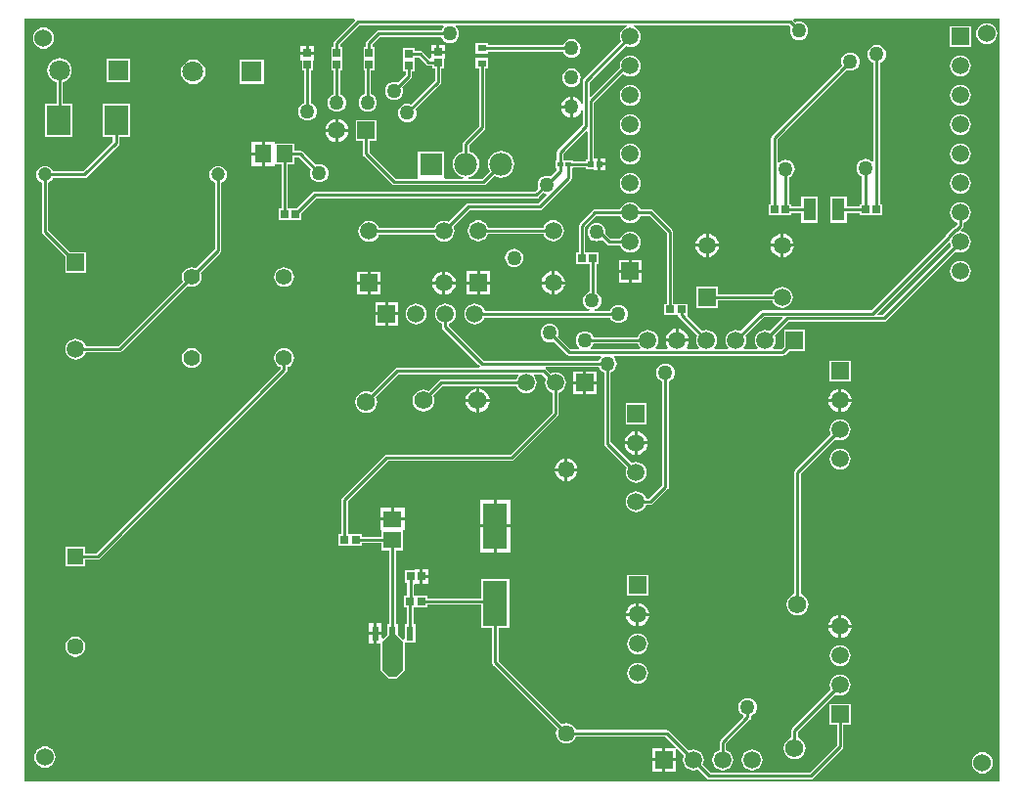
<source format=gbl>
G04*
G04 #@! TF.GenerationSoftware,Altium Limited,Altium Designer,20.0.2 (26)*
G04*
G04 Layer_Physical_Order=2*
G04 Layer_Color=16711680*
%FSLAX25Y25*%
%MOIN*%
G70*
G01*
G75*
%ADD16C,0.01000*%
%ADD17R,0.01968X0.01772*%
%ADD18R,0.02816X0.02648*%
%ADD24R,0.02717X0.02835*%
%ADD55R,0.05709X0.05709*%
%ADD56C,0.05709*%
%ADD57C,0.06181*%
%ADD62C,0.05937*%
%ADD63R,0.05937X0.05937*%
%ADD64C,0.05512*%
%ADD65C,0.07736*%
%ADD66R,0.07736X0.07736*%
%ADD67R,0.07087X0.07087*%
%ADD68C,0.07087*%
%ADD69C,0.04724*%
%ADD70C,0.05906*%
%ADD71R,0.05906X0.05906*%
%ADD72R,0.05906X0.05906*%
%ADD73C,0.04996*%
%ADD74C,0.06000*%
%ADD75C,0.05000*%
%ADD76R,0.02029X0.01860*%
%ADD77R,0.04331X0.07480*%
%ADD78R,0.03150X0.02362*%
%ADD79R,0.05727X0.06127*%
%ADD80R,0.08071X0.10433*%
%ADD81R,0.08465X0.15748*%
%ADD82R,0.02362X0.05118*%
%ADD83R,0.02362X0.03150*%
%ADD84R,0.06127X0.05727*%
%ADD85R,0.02835X0.02717*%
%ADD86R,0.02648X0.02816*%
G36*
X432500Y240000D02*
X100000D01*
Y500000D01*
X212386D01*
X212593Y499500D01*
X205708Y492615D01*
X205465Y492252D01*
X205380Y491823D01*
Y490391D01*
X204578D01*
Y486378D01*
Y482609D01*
X205380D01*
Y474390D01*
X204937Y474206D01*
X204290Y473710D01*
X203794Y473063D01*
X203481Y472309D01*
X203375Y471500D01*
X203481Y470691D01*
X203794Y469937D01*
X204290Y469290D01*
X204937Y468793D01*
X205691Y468481D01*
X206500Y468375D01*
X207309Y468481D01*
X208063Y468793D01*
X208710Y469290D01*
X209206Y469937D01*
X209519Y470691D01*
X209625Y471500D01*
X209519Y472309D01*
X209206Y473063D01*
X208710Y473710D01*
X208063Y474206D01*
X207620Y474390D01*
Y482609D01*
X208422D01*
Y486378D01*
Y490391D01*
X207620D01*
Y491359D01*
X214141Y497880D01*
X242842D01*
X243012Y497380D01*
X242790Y497210D01*
X242294Y496563D01*
X242110Y496120D01*
X220677D01*
X220248Y496035D01*
X219885Y495792D01*
X216708Y492615D01*
X216465Y492252D01*
X216380Y491823D01*
Y490391D01*
X215578D01*
Y486378D01*
Y482609D01*
X215880D01*
Y474390D01*
X215437Y474206D01*
X214790Y473710D01*
X214294Y473063D01*
X213981Y472309D01*
X213875Y471500D01*
X213981Y470691D01*
X214294Y469937D01*
X214790Y469290D01*
X215437Y468793D01*
X216191Y468481D01*
X217000Y468375D01*
X217809Y468481D01*
X218563Y468793D01*
X219210Y469290D01*
X219706Y469937D01*
X220019Y470691D01*
X220125Y471500D01*
X220019Y472309D01*
X219706Y473063D01*
X219210Y473710D01*
X218563Y474206D01*
X218120Y474390D01*
Y482609D01*
X219422D01*
Y486378D01*
Y490391D01*
X218620D01*
Y491359D01*
X221141Y493880D01*
X242110D01*
X242294Y493437D01*
X242790Y492790D01*
X243437Y492294D01*
X244191Y491981D01*
X245000Y491875D01*
X245809Y491981D01*
X246563Y492294D01*
X247210Y492790D01*
X247706Y493437D01*
X248019Y494191D01*
X248125Y495000D01*
X248019Y495809D01*
X247706Y496563D01*
X247210Y497210D01*
X246988Y497380D01*
X247158Y497880D01*
X305281D01*
X305381Y497380D01*
X304709Y497102D01*
X303967Y496533D01*
X303398Y495791D01*
X303040Y494927D01*
X302918Y494000D01*
X303040Y493073D01*
X303318Y492402D01*
X290619Y479703D01*
X290376Y479340D01*
X290291Y478911D01*
Y471294D01*
X289791Y471195D01*
X289556Y471764D01*
X288995Y472495D01*
X288264Y473056D01*
X287413Y473408D01*
X287000Y473462D01*
Y470000D01*
Y466538D01*
X287413Y466592D01*
X288264Y466945D01*
X288995Y467505D01*
X289556Y468236D01*
X289791Y468805D01*
X290291Y468706D01*
Y463875D01*
X281830Y455414D01*
X281587Y455051D01*
X281502Y454622D01*
Y451984D01*
X280941D01*
Y449016D01*
X281404D01*
Y448488D01*
X279252Y446335D01*
X278809Y446519D01*
X278000Y446625D01*
X277191Y446519D01*
X276437Y446207D01*
X275790Y445710D01*
X275294Y445063D01*
X274981Y444309D01*
X274875Y443500D01*
X274981Y442691D01*
X275165Y442248D01*
X274036Y441120D01*
X198884D01*
X198456Y441035D01*
X198092Y440792D01*
X192723Y435422D01*
X189765D01*
Y450338D01*
X192107D01*
Y452880D01*
X193536D01*
X197665Y448751D01*
X197481Y448309D01*
X197375Y447500D01*
X197481Y446691D01*
X197794Y445937D01*
X198290Y445290D01*
X198937Y444794D01*
X199691Y444481D01*
X200500Y444375D01*
X201309Y444481D01*
X202063Y444794D01*
X202710Y445290D01*
X203206Y445937D01*
X203519Y446691D01*
X203625Y447500D01*
X203519Y448309D01*
X203206Y449063D01*
X202710Y449710D01*
X202063Y450207D01*
X201309Y450519D01*
X200500Y450625D01*
X199691Y450519D01*
X199249Y450335D01*
X194792Y454792D01*
X194429Y455035D01*
X194000Y455120D01*
X192107D01*
Y457662D01*
X185219D01*
Y458063D01*
X181855D01*
Y454000D01*
Y449937D01*
X185219D01*
Y450338D01*
X187525D01*
Y435422D01*
X186609D01*
Y431578D01*
X194391D01*
Y433923D01*
X199348Y438880D01*
X274500D01*
X274929Y438965D01*
X275292Y439208D01*
X276748Y440665D01*
X277191Y440481D01*
X277711Y440413D01*
X277890Y439885D01*
X275125Y437120D01*
X251284D01*
X250855Y437035D01*
X250492Y436792D01*
X244610Y430910D01*
X243931Y431191D01*
X243000Y431314D01*
X242069Y431191D01*
X241201Y430832D01*
X240456Y430260D01*
X239884Y429515D01*
X239603Y428836D01*
X220807D01*
X220525Y429515D01*
X219953Y430260D01*
X219208Y430832D01*
X218341Y431191D01*
X217410Y431314D01*
X216478Y431191D01*
X215611Y430832D01*
X214866Y430260D01*
X214294Y429515D01*
X213934Y428648D01*
X213812Y427716D01*
X213934Y426785D01*
X214294Y425918D01*
X214866Y425173D01*
X215611Y424601D01*
X216478Y424241D01*
X217410Y424119D01*
X218341Y424241D01*
X219208Y424601D01*
X219953Y425173D01*
X220525Y425918D01*
X220807Y426596D01*
X239603D01*
X239884Y425918D01*
X240456Y425173D01*
X241201Y424601D01*
X242069Y424241D01*
X243000Y424119D01*
X243931Y424241D01*
X244799Y424601D01*
X245544Y425173D01*
X246116Y425918D01*
X246475Y426785D01*
X246598Y427716D01*
X246475Y428648D01*
X246194Y429326D01*
X251747Y434880D01*
X275589D01*
X276017Y434965D01*
X276381Y435208D01*
X286268Y445096D01*
X286511Y445459D01*
X286596Y445888D01*
Y449016D01*
X287059D01*
Y449380D01*
X291397D01*
Y448972D01*
X293976D01*
Y448570D01*
X295490D01*
Y450500D01*
Y452430D01*
X294129D01*
Y471546D01*
X304015Y481431D01*
X304709Y480898D01*
X305573Y480540D01*
X306500Y480418D01*
X307427Y480540D01*
X308291Y480898D01*
X309033Y481467D01*
X309602Y482209D01*
X309960Y483073D01*
X310082Y484000D01*
X309960Y484927D01*
X309602Y485791D01*
X309033Y486533D01*
X308291Y487102D01*
X307427Y487460D01*
X306500Y487582D01*
X305573Y487460D01*
X304709Y487102D01*
X303967Y486533D01*
X303398Y485791D01*
X303040Y484927D01*
X302918Y484000D01*
X302976Y483560D01*
X292993Y473577D01*
X292531Y473768D01*
Y478447D01*
X304902Y490818D01*
X305573Y490540D01*
X306500Y490418D01*
X307427Y490540D01*
X308291Y490898D01*
X309033Y491467D01*
X309602Y492209D01*
X309960Y493073D01*
X310082Y494000D01*
X309960Y494927D01*
X309602Y495791D01*
X309033Y496533D01*
X308291Y497102D01*
X307619Y497380D01*
X307719Y497880D01*
X360536D01*
X361165Y497252D01*
X360981Y496809D01*
X360875Y496000D01*
X360981Y495191D01*
X361294Y494437D01*
X361790Y493790D01*
X362437Y493294D01*
X363191Y492981D01*
X364000Y492875D01*
X364809Y492981D01*
X365563Y493294D01*
X366210Y493790D01*
X366706Y494437D01*
X367019Y495191D01*
X367125Y496000D01*
X367019Y496809D01*
X366706Y497563D01*
X366210Y498210D01*
X365563Y498706D01*
X364809Y499019D01*
X364000Y499125D01*
X363191Y499019D01*
X362749Y498835D01*
X362084Y499500D01*
X362291Y500000D01*
X432500D01*
Y240000D01*
D02*
G37*
G36*
X291890Y461653D02*
Y452029D01*
X291397D01*
Y451620D01*
X287059D01*
Y451984D01*
X283742D01*
Y454158D01*
X291428Y461844D01*
X291890Y461653D01*
D02*
G37*
%LPC*%
G36*
X428000Y498629D02*
X427061Y498506D01*
X426185Y498143D01*
X425434Y497566D01*
X424857Y496815D01*
X424494Y495939D01*
X424371Y495000D01*
X424494Y494061D01*
X424857Y493185D01*
X425434Y492434D01*
X426185Y491857D01*
X427061Y491494D01*
X428000Y491371D01*
X428939Y491494D01*
X429815Y491857D01*
X430566Y492434D01*
X431143Y493185D01*
X431506Y494061D01*
X431629Y495000D01*
X431506Y495939D01*
X431143Y496815D01*
X430566Y497566D01*
X429815Y498143D01*
X428939Y498506D01*
X428000Y498629D01*
D02*
G37*
G36*
X286500Y493123D02*
X285692Y493017D01*
X284938Y492705D01*
X284292Y492208D01*
X283795Y491562D01*
X283625Y491149D01*
X258173D01*
Y491839D01*
X253827D01*
Y488279D01*
X258173D01*
Y488910D01*
X283600D01*
X283795Y488438D01*
X284292Y487792D01*
X284938Y487295D01*
X285692Y486983D01*
X286500Y486877D01*
X287308Y486983D01*
X288062Y487295D01*
X288708Y487792D01*
X289205Y488438D01*
X289517Y489192D01*
X289623Y490000D01*
X289517Y490808D01*
X289205Y491562D01*
X288708Y492208D01*
X288062Y492705D01*
X287308Y493017D01*
X286500Y493123D01*
D02*
G37*
G36*
X422551Y497551D02*
X415449D01*
Y490449D01*
X422551D01*
Y497551D01*
D02*
G37*
G36*
X106500Y497129D02*
X105561Y497006D01*
X104685Y496643D01*
X103934Y496066D01*
X103357Y495315D01*
X102994Y494439D01*
X102871Y493500D01*
X102994Y492561D01*
X103357Y491685D01*
X103934Y490934D01*
X104685Y490357D01*
X105561Y489994D01*
X106500Y489871D01*
X107439Y489994D01*
X108315Y490357D01*
X109066Y490934D01*
X109643Y491685D01*
X110006Y492561D01*
X110129Y493500D01*
X110006Y494439D01*
X109643Y495315D01*
X109066Y496066D01*
X108315Y496643D01*
X107439Y497006D01*
X106500Y497129D01*
D02*
G37*
G36*
X243417Y491169D02*
X241500D01*
Y489311D01*
X243417D01*
Y491169D01*
D02*
G37*
G36*
X240500D02*
X238583D01*
Y489311D01*
X240500D01*
Y491169D01*
D02*
G37*
G36*
X198824Y490792D02*
X197000D01*
Y488884D01*
X198824D01*
Y490792D01*
D02*
G37*
G36*
X196000D02*
X194176D01*
Y488884D01*
X196000D01*
Y490792D01*
D02*
G37*
G36*
X381500Y488625D02*
X380691Y488519D01*
X379937Y488206D01*
X379290Y487710D01*
X378794Y487063D01*
X378481Y486309D01*
X378375Y485500D01*
X378481Y484691D01*
X378701Y484160D01*
X354824Y460283D01*
X354581Y459920D01*
X354496Y459491D01*
Y436922D01*
X353609D01*
Y433078D01*
X361391D01*
Y433880D01*
X364815D01*
Y430661D01*
X370342D01*
Y439339D01*
X364815D01*
Y436120D01*
X361391D01*
Y436922D01*
X360542D01*
Y446055D01*
X361023Y446254D01*
X361670Y446751D01*
X362167Y447398D01*
X362479Y448152D01*
X362586Y448961D01*
X362479Y449769D01*
X362167Y450523D01*
X361670Y451170D01*
X361023Y451667D01*
X360269Y451979D01*
X359461Y452086D01*
X358652Y451979D01*
X357898Y451667D01*
X357251Y451170D01*
X357236Y451151D01*
X356736Y451321D01*
Y459027D01*
X380337Y482628D01*
X380691Y482481D01*
X381500Y482375D01*
X382309Y482481D01*
X383063Y482794D01*
X383710Y483290D01*
X384206Y483937D01*
X384519Y484691D01*
X384625Y485500D01*
X384519Y486309D01*
X384206Y487063D01*
X383710Y487710D01*
X383063Y488206D01*
X382309Y488519D01*
X381500Y488625D01*
D02*
G37*
G36*
X419000Y487582D02*
X418073Y487460D01*
X417209Y487102D01*
X416467Y486533D01*
X415898Y485791D01*
X415540Y484927D01*
X415418Y484000D01*
X415540Y483073D01*
X415898Y482209D01*
X416467Y481467D01*
X417209Y480898D01*
X418073Y480540D01*
X419000Y480418D01*
X419927Y480540D01*
X420791Y480898D01*
X421533Y481467D01*
X422102Y482209D01*
X422460Y483073D01*
X422582Y484000D01*
X422460Y484927D01*
X422102Y485791D01*
X421533Y486533D01*
X420791Y487102D01*
X419927Y487460D01*
X419000Y487582D01*
D02*
G37*
G36*
X136142Y486642D02*
X127858D01*
Y478358D01*
X136142D01*
Y486642D01*
D02*
G37*
G36*
X181642Y486142D02*
X173358D01*
Y477858D01*
X181642D01*
Y486142D01*
D02*
G37*
G36*
X157500Y486177D02*
X156419Y486035D01*
X155411Y485618D01*
X154546Y484954D01*
X153882Y484089D01*
X153465Y483081D01*
X153323Y482000D01*
X153465Y480919D01*
X153882Y479911D01*
X154546Y479046D01*
X155411Y478382D01*
X156419Y477965D01*
X157500Y477823D01*
X158581Y477965D01*
X159589Y478382D01*
X160454Y479046D01*
X161118Y479911D01*
X161535Y480919D01*
X161677Y482000D01*
X161535Y483081D01*
X161118Y484089D01*
X160454Y484954D01*
X159589Y485618D01*
X158581Y486035D01*
X157500Y486177D01*
D02*
G37*
G36*
X286500Y483123D02*
X285692Y483017D01*
X284938Y482705D01*
X284292Y482208D01*
X283795Y481562D01*
X283483Y480808D01*
X283377Y480000D01*
X283483Y479192D01*
X283795Y478438D01*
X284292Y477792D01*
X284938Y477295D01*
X285692Y476983D01*
X286500Y476877D01*
X287308Y476983D01*
X288062Y477295D01*
X288708Y477792D01*
X289205Y478438D01*
X289517Y479192D01*
X289623Y480000D01*
X289517Y480808D01*
X289205Y481562D01*
X288708Y482208D01*
X288062Y482705D01*
X287308Y483017D01*
X286500Y483123D01*
D02*
G37*
G36*
X232922Y490007D02*
X229078D01*
Y485993D01*
Y482225D01*
X229880D01*
Y480964D01*
X227252Y478335D01*
X226809Y478519D01*
X226000Y478625D01*
X225191Y478519D01*
X224437Y478206D01*
X223790Y477710D01*
X223294Y477063D01*
X222981Y476309D01*
X222875Y475500D01*
X222981Y474691D01*
X223294Y473937D01*
X223790Y473290D01*
X224437Y472793D01*
X225191Y472481D01*
X226000Y472375D01*
X226809Y472481D01*
X227563Y472793D01*
X228210Y473290D01*
X228706Y473937D01*
X229019Y474691D01*
X229125Y475500D01*
X229019Y476309D01*
X228835Y476752D01*
X231792Y479708D01*
X232035Y480071D01*
X232120Y480500D01*
Y482225D01*
X232922D01*
Y486880D01*
X234513D01*
X236996Y484397D01*
X237359Y484154D01*
X237788Y484069D01*
X238984D01*
Y483232D01*
X239880D01*
Y478964D01*
X231751Y470835D01*
X231309Y471019D01*
X230500Y471125D01*
X229691Y471019D01*
X228937Y470707D01*
X228290Y470210D01*
X227794Y469563D01*
X227481Y468809D01*
X227375Y468000D01*
X227481Y467191D01*
X227794Y466437D01*
X228290Y465790D01*
X228937Y465294D01*
X229691Y464981D01*
X230500Y464875D01*
X231309Y464981D01*
X232063Y465294D01*
X232710Y465790D01*
X233206Y466437D01*
X233519Y467191D01*
X233625Y468000D01*
X233519Y468809D01*
X233335Y469251D01*
X241792Y477708D01*
X242035Y478071D01*
X242120Y478500D01*
Y483232D01*
X243016D01*
Y486453D01*
X243417D01*
Y488311D01*
X241000D01*
X238583D01*
Y486685D01*
X238083Y486478D01*
X235769Y488792D01*
X235405Y489035D01*
X234977Y489120D01*
X232922D01*
Y490007D01*
D02*
G37*
G36*
X286000Y473462D02*
X285587Y473408D01*
X284736Y473056D01*
X284005Y472495D01*
X283444Y471764D01*
X283092Y470913D01*
X283038Y470500D01*
X286000D01*
Y473462D01*
D02*
G37*
G36*
X419000Y477582D02*
X418073Y477460D01*
X417209Y477102D01*
X416467Y476533D01*
X415898Y475791D01*
X415540Y474927D01*
X415418Y474000D01*
X415540Y473073D01*
X415898Y472209D01*
X416467Y471467D01*
X417209Y470898D01*
X418073Y470540D01*
X419000Y470418D01*
X419927Y470540D01*
X420791Y470898D01*
X421533Y471467D01*
X422102Y472209D01*
X422460Y473073D01*
X422582Y474000D01*
X422460Y474927D01*
X422102Y475791D01*
X421533Y476533D01*
X420791Y477102D01*
X419927Y477460D01*
X419000Y477582D01*
D02*
G37*
G36*
X306500D02*
X305573Y477460D01*
X304709Y477102D01*
X303967Y476533D01*
X303398Y475791D01*
X303040Y474927D01*
X302918Y474000D01*
X303040Y473073D01*
X303398Y472209D01*
X303967Y471467D01*
X304709Y470898D01*
X305573Y470540D01*
X306500Y470418D01*
X307427Y470540D01*
X308291Y470898D01*
X309033Y471467D01*
X309602Y472209D01*
X309960Y473073D01*
X310082Y474000D01*
X309960Y474927D01*
X309602Y475791D01*
X309033Y476533D01*
X308291Y477102D01*
X307427Y477460D01*
X306500Y477582D01*
D02*
G37*
G36*
X286000Y469500D02*
X283038D01*
X283092Y469087D01*
X283444Y468236D01*
X284005Y467505D01*
X284736Y466945D01*
X285587Y466592D01*
X286000Y466538D01*
Y469500D01*
D02*
G37*
G36*
X198824Y487884D02*
X196500D01*
X194176D01*
Y485976D01*
X194578D01*
Y482609D01*
X195380D01*
Y471390D01*
X194937Y471207D01*
X194290Y470710D01*
X193794Y470063D01*
X193481Y469309D01*
X193375Y468500D01*
X193481Y467691D01*
X193794Y466937D01*
X194290Y466290D01*
X194937Y465794D01*
X195691Y465481D01*
X196500Y465375D01*
X197309Y465481D01*
X198063Y465794D01*
X198710Y466290D01*
X199206Y466937D01*
X199519Y467691D01*
X199625Y468500D01*
X199519Y469309D01*
X199206Y470063D01*
X198710Y470710D01*
X198063Y471207D01*
X197620Y471390D01*
Y482609D01*
X198422D01*
Y485976D01*
X198824D01*
Y487884D01*
D02*
G37*
G36*
X207000Y465921D02*
Y462500D01*
X210421D01*
X210351Y463032D01*
X209953Y463993D01*
X209319Y464819D01*
X208493Y465453D01*
X207532Y465851D01*
X207000Y465921D01*
D02*
G37*
G36*
X206000D02*
X205468Y465851D01*
X204507Y465453D01*
X203681Y464819D01*
X203047Y463993D01*
X202649Y463032D01*
X202579Y462500D01*
X206000D01*
Y465921D01*
D02*
G37*
G36*
X419000Y467582D02*
X418073Y467460D01*
X417209Y467102D01*
X416467Y466533D01*
X415898Y465791D01*
X415540Y464927D01*
X415418Y464000D01*
X415540Y463073D01*
X415898Y462209D01*
X416467Y461467D01*
X417209Y460898D01*
X418073Y460540D01*
X419000Y460418D01*
X419927Y460540D01*
X420791Y460898D01*
X421533Y461467D01*
X422102Y462209D01*
X422460Y463073D01*
X422582Y464000D01*
X422460Y464927D01*
X422102Y465791D01*
X421533Y466533D01*
X420791Y467102D01*
X419927Y467460D01*
X419000Y467582D01*
D02*
G37*
G36*
X306500D02*
X305573Y467460D01*
X304709Y467102D01*
X303967Y466533D01*
X303398Y465791D01*
X303040Y464927D01*
X302918Y464000D01*
X303040Y463073D01*
X303398Y462209D01*
X303967Y461467D01*
X304709Y460898D01*
X305573Y460540D01*
X306500Y460418D01*
X307427Y460540D01*
X308291Y460898D01*
X309033Y461467D01*
X309602Y462209D01*
X309960Y463073D01*
X310082Y464000D01*
X309960Y464927D01*
X309602Y465791D01*
X309033Y466533D01*
X308291Y467102D01*
X307427Y467460D01*
X306500Y467582D01*
D02*
G37*
G36*
X112000Y486677D02*
X110919Y486535D01*
X109911Y486118D01*
X109046Y485454D01*
X108382Y484589D01*
X107965Y483581D01*
X107823Y482500D01*
X107965Y481419D01*
X108382Y480411D01*
X109046Y479546D01*
X109911Y478882D01*
X110880Y478481D01*
Y471315D01*
X107122D01*
Y459685D01*
X116390D01*
Y471315D01*
X113120D01*
Y478481D01*
X114089Y478882D01*
X114954Y479546D01*
X115618Y480411D01*
X116035Y481419D01*
X116177Y482500D01*
X116035Y483581D01*
X115618Y484589D01*
X114954Y485454D01*
X114089Y486118D01*
X113081Y486535D01*
X112000Y486677D01*
D02*
G37*
G36*
X210421Y461500D02*
X207000D01*
Y458079D01*
X207532Y458149D01*
X208493Y458547D01*
X209319Y459181D01*
X209953Y460007D01*
X210351Y460968D01*
X210421Y461500D01*
D02*
G37*
G36*
X206000D02*
X202579D01*
X202649Y460968D01*
X203047Y460007D01*
X203681Y459181D01*
X204507Y458547D01*
X205468Y458149D01*
X206000Y458079D01*
Y461500D01*
D02*
G37*
G36*
X180855Y458063D02*
X177492D01*
Y454500D01*
X180855D01*
Y458063D01*
D02*
G37*
G36*
X390500Y491125D02*
X389691Y491019D01*
X388937Y490706D01*
X388290Y490210D01*
X387794Y489563D01*
X387481Y488809D01*
X387375Y488000D01*
X387481Y487191D01*
X387794Y486437D01*
X388290Y485790D01*
X388937Y485293D01*
X389322Y485134D01*
Y451652D01*
X388822Y451498D01*
X388275Y451918D01*
X387521Y452231D01*
X386712Y452337D01*
X385903Y452231D01*
X385149Y451918D01*
X384502Y451422D01*
X384005Y450774D01*
X383693Y450021D01*
X383587Y449212D01*
X383693Y448403D01*
X384005Y447649D01*
X384502Y447002D01*
X385149Y446505D01*
X385496Y446362D01*
Y436922D01*
X384609D01*
Y436120D01*
X380185D01*
Y439339D01*
X374658D01*
Y430661D01*
X380185D01*
Y433880D01*
X384609D01*
Y433078D01*
X392391D01*
Y436922D01*
X391562D01*
Y485086D01*
X392063Y485293D01*
X392710Y485790D01*
X393206Y486437D01*
X393519Y487191D01*
X393625Y488000D01*
X393519Y488809D01*
X393206Y489563D01*
X392710Y490210D01*
X392063Y490706D01*
X391309Y491019D01*
X390500Y491125D01*
D02*
G37*
G36*
X298005Y452430D02*
X296490D01*
Y451000D01*
X298005D01*
Y452430D01*
D02*
G37*
G36*
X419000Y457582D02*
X418073Y457460D01*
X417209Y457102D01*
X416467Y456533D01*
X415898Y455791D01*
X415540Y454927D01*
X415418Y454000D01*
X415540Y453073D01*
X415898Y452209D01*
X416467Y451467D01*
X417209Y450898D01*
X418073Y450540D01*
X419000Y450418D01*
X419927Y450540D01*
X420791Y450898D01*
X421533Y451467D01*
X422102Y452209D01*
X422460Y453073D01*
X422582Y454000D01*
X422460Y454927D01*
X422102Y455791D01*
X421533Y456533D01*
X420791Y457102D01*
X419927Y457460D01*
X419000Y457582D01*
D02*
G37*
G36*
X306500D02*
X305573Y457460D01*
X304709Y457102D01*
X303967Y456533D01*
X303398Y455791D01*
X303040Y454927D01*
X302918Y454000D01*
X303040Y453073D01*
X303398Y452209D01*
X303967Y451467D01*
X304709Y450898D01*
X305573Y450540D01*
X306500Y450418D01*
X307427Y450540D01*
X308291Y450898D01*
X309033Y451467D01*
X309602Y452209D01*
X309960Y453073D01*
X310082Y454000D01*
X309960Y454927D01*
X309602Y455791D01*
X309033Y456533D01*
X308291Y457102D01*
X307427Y457460D01*
X306500Y457582D01*
D02*
G37*
G36*
X180855Y453500D02*
X177492D01*
Y449937D01*
X180855D01*
Y453500D01*
D02*
G37*
G36*
X298005Y450000D02*
X296490D01*
Y448570D01*
X298005D01*
Y450000D01*
D02*
G37*
G36*
X135878Y471315D02*
X126610D01*
Y459685D01*
X130124D01*
Y458208D01*
X120036Y448120D01*
X109741D01*
X109586Y448493D01*
X109111Y449112D01*
X108493Y449586D01*
X107773Y449884D01*
X107000Y449986D01*
X106227Y449884D01*
X105507Y449586D01*
X104888Y449112D01*
X104414Y448493D01*
X104116Y447773D01*
X104014Y447000D01*
X104116Y446227D01*
X104414Y445507D01*
X104888Y444888D01*
X105507Y444414D01*
X105880Y444259D01*
Y427500D01*
X105965Y427071D01*
X106208Y426708D01*
X113949Y418967D01*
Y413449D01*
X121051D01*
Y420551D01*
X115533D01*
X108120Y427964D01*
Y444259D01*
X108493Y444414D01*
X109111Y444888D01*
X109586Y445507D01*
X109741Y445880D01*
X120500D01*
X120929Y445965D01*
X121292Y446208D01*
X132036Y456952D01*
X132279Y457316D01*
X132364Y457744D01*
Y459685D01*
X135878D01*
Y471315D01*
D02*
G37*
G36*
X258173Y486721D02*
X253827D01*
Y483161D01*
X254880D01*
Y463464D01*
X249708Y458292D01*
X249465Y457929D01*
X249380Y457500D01*
Y454858D01*
X249334Y454851D01*
X248248Y454401D01*
X247314Y453686D01*
X246599Y452752D01*
X246148Y451666D01*
X245995Y450500D01*
X246148Y449334D01*
X246599Y448247D01*
X247314Y447315D01*
X248248Y446598D01*
X249334Y446148D01*
X249551Y446120D01*
X249518Y445620D01*
X243207D01*
X242998Y446033D01*
X242998Y446120D01*
Y454966D01*
X234065D01*
Y446120D01*
X234065Y446033D01*
X233856Y445620D01*
X226464D01*
X217620Y454464D01*
Y458449D01*
X220051D01*
Y465551D01*
X212949D01*
Y458449D01*
X215380D01*
Y454000D01*
X215465Y453571D01*
X215708Y453208D01*
X225208Y443708D01*
X225571Y443465D01*
X226000Y443380D01*
X256469D01*
X256897Y443465D01*
X257260Y443708D01*
X260179Y446627D01*
X260216Y446598D01*
X261303Y446148D01*
X262469Y445995D01*
X263635Y446148D01*
X264721Y446598D01*
X265654Y447315D01*
X266370Y448247D01*
X266820Y449334D01*
X266974Y450500D01*
X266820Y451666D01*
X266370Y452752D01*
X265654Y453686D01*
X264721Y454401D01*
X263635Y454851D01*
X262469Y455005D01*
X261303Y454851D01*
X260216Y454401D01*
X259283Y453686D01*
X258567Y452752D01*
X258117Y451666D01*
X257963Y450500D01*
X258117Y449334D01*
X258567Y448247D01*
X258595Y448211D01*
X256005Y445620D01*
X251482D01*
X251449Y446120D01*
X251666Y446148D01*
X252752Y446598D01*
X253686Y447315D01*
X254401Y448247D01*
X254852Y449334D01*
X255005Y450500D01*
X254852Y451666D01*
X254401Y452752D01*
X253686Y453686D01*
X252752Y454401D01*
X251666Y454851D01*
X251620Y454858D01*
Y457036D01*
X256792Y462208D01*
X257035Y462571D01*
X257120Y463000D01*
Y483161D01*
X258173D01*
Y486721D01*
D02*
G37*
G36*
X419000Y447582D02*
X418073Y447460D01*
X417209Y447102D01*
X416467Y446533D01*
X415898Y445791D01*
X415540Y444927D01*
X415418Y444000D01*
X415540Y443073D01*
X415898Y442209D01*
X416467Y441467D01*
X417209Y440898D01*
X418073Y440540D01*
X419000Y440418D01*
X419927Y440540D01*
X420791Y440898D01*
X421533Y441467D01*
X422102Y442209D01*
X422460Y443073D01*
X422582Y444000D01*
X422460Y444927D01*
X422102Y445791D01*
X421533Y446533D01*
X420791Y447102D01*
X419927Y447460D01*
X419000Y447582D01*
D02*
G37*
G36*
X306500D02*
X305573Y447460D01*
X304709Y447102D01*
X303967Y446533D01*
X303398Y445791D01*
X303040Y444927D01*
X302918Y444000D01*
X303040Y443073D01*
X303398Y442209D01*
X303967Y441467D01*
X304709Y440898D01*
X305573Y440540D01*
X306500Y440418D01*
X307427Y440540D01*
X308291Y440898D01*
X309033Y441467D01*
X309602Y442209D01*
X309960Y443073D01*
X310082Y444000D01*
X309960Y444927D01*
X309602Y445791D01*
X309033Y446533D01*
X308291Y447102D01*
X307427Y447460D01*
X306500Y447582D01*
D02*
G37*
G36*
X280295Y431456D02*
X279364Y431333D01*
X278496Y430974D01*
X277751Y430402D01*
X277180Y429657D01*
X276898Y428978D01*
X258102D01*
X257821Y429657D01*
X257249Y430402D01*
X256504Y430974D01*
X255636Y431333D01*
X254705Y431456D01*
X253774Y431333D01*
X252906Y430974D01*
X252161Y430402D01*
X251589Y429657D01*
X251230Y428789D01*
X251107Y427858D01*
X251230Y426927D01*
X251589Y426059D01*
X252161Y425314D01*
X252906Y424743D01*
X253774Y424383D01*
X254705Y424261D01*
X255636Y424383D01*
X256504Y424743D01*
X257249Y425314D01*
X257821Y426059D01*
X258102Y426738D01*
X276898D01*
X277180Y426059D01*
X277751Y425314D01*
X278496Y424743D01*
X279364Y424383D01*
X280295Y424261D01*
X281226Y424383D01*
X282094Y424743D01*
X282839Y425314D01*
X283411Y426059D01*
X283770Y426927D01*
X283893Y427858D01*
X283770Y428789D01*
X283411Y429657D01*
X282839Y430402D01*
X282094Y430974D01*
X281226Y431333D01*
X280295Y431456D01*
D02*
G37*
G36*
X358795Y426795D02*
Y423358D01*
X362232D01*
X362161Y423894D01*
X361762Y424860D01*
X361126Y425689D01*
X360297Y426325D01*
X359331Y426724D01*
X358795Y426795D01*
D02*
G37*
G36*
X357795D02*
X357259Y426724D01*
X356294Y426325D01*
X355465Y425689D01*
X354829Y424860D01*
X354429Y423894D01*
X354358Y423358D01*
X357795D01*
Y426795D01*
D02*
G37*
G36*
X333205D02*
Y423358D01*
X336642D01*
X336571Y423894D01*
X336171Y424860D01*
X335535Y425689D01*
X334706Y426325D01*
X333741Y426724D01*
X333205Y426795D01*
D02*
G37*
G36*
X332205D02*
X331669Y426724D01*
X330703Y426325D01*
X329874Y425689D01*
X329238Y424860D01*
X328838Y423894D01*
X328768Y423358D01*
X332205D01*
Y426795D01*
D02*
G37*
G36*
X295000Y430483D02*
X294191Y430377D01*
X293437Y430065D01*
X292790Y429568D01*
X292294Y428921D01*
X291981Y428167D01*
X291875Y427358D01*
X291981Y426549D01*
X292294Y425796D01*
X292790Y425148D01*
X293437Y424652D01*
X294191Y424339D01*
X295000Y424233D01*
X295809Y424339D01*
X296563Y424652D01*
X296880Y424895D01*
X298566Y423208D01*
X298930Y422965D01*
X299358Y422880D01*
X303120D01*
X303398Y422209D01*
X303967Y421467D01*
X304709Y420898D01*
X305573Y420540D01*
X306500Y420418D01*
X307427Y420540D01*
X308291Y420898D01*
X309033Y421467D01*
X309602Y422209D01*
X309960Y423073D01*
X310082Y424000D01*
X309960Y424927D01*
X309602Y425791D01*
X309033Y426533D01*
X308291Y427102D01*
X307427Y427460D01*
X306500Y427582D01*
X305573Y427460D01*
X304709Y427102D01*
X303967Y426533D01*
X303398Y425791D01*
X303120Y425120D01*
X299822D01*
X298062Y426880D01*
X298125Y427358D01*
X298019Y428167D01*
X297706Y428921D01*
X297210Y429568D01*
X296563Y430065D01*
X295809Y430377D01*
X295000Y430483D01*
D02*
G37*
G36*
X362232Y422358D02*
X358795D01*
Y418921D01*
X359331Y418992D01*
X360297Y419392D01*
X361126Y420028D01*
X361762Y420857D01*
X362161Y421822D01*
X362232Y422358D01*
D02*
G37*
G36*
X357795D02*
X354358D01*
X354429Y421822D01*
X354829Y420857D01*
X355465Y420028D01*
X356294Y419392D01*
X357259Y418992D01*
X357795Y418921D01*
Y422358D01*
D02*
G37*
G36*
X336642D02*
X333205D01*
Y418921D01*
X333741Y418992D01*
X334706Y419392D01*
X335535Y420028D01*
X336171Y420857D01*
X336571Y421822D01*
X336642Y422358D01*
D02*
G37*
G36*
X332205D02*
X328768D01*
X328838Y421822D01*
X329238Y420857D01*
X329874Y420028D01*
X330703Y419392D01*
X331669Y418992D01*
X332205Y418921D01*
Y422358D01*
D02*
G37*
G36*
X266893Y421732D02*
X266084Y421626D01*
X265330Y421314D01*
X264683Y420817D01*
X264186Y420170D01*
X263874Y419416D01*
X263768Y418607D01*
X263874Y417798D01*
X264186Y417045D01*
X264683Y416397D01*
X265330Y415901D01*
X266084Y415589D01*
X266893Y415482D01*
X267702Y415589D01*
X268455Y415901D01*
X269103Y416397D01*
X269599Y417045D01*
X269911Y417798D01*
X270018Y418607D01*
X269911Y419416D01*
X269599Y420170D01*
X269103Y420817D01*
X268455Y421314D01*
X267702Y421626D01*
X266893Y421732D01*
D02*
G37*
G36*
X166055Y449986D02*
X165282Y449884D01*
X164562Y449586D01*
X163944Y449112D01*
X163469Y448493D01*
X163171Y447773D01*
X163069Y447000D01*
X163171Y446227D01*
X163469Y445507D01*
X163944Y444888D01*
X164562Y444414D01*
X164935Y444259D01*
Y421578D01*
X158447Y415090D01*
X157876Y415327D01*
X157000Y415442D01*
X156124Y415327D01*
X155308Y414989D01*
X154608Y414451D01*
X154070Y413751D01*
X153732Y412935D01*
X153617Y412059D01*
X153732Y411183D01*
X153969Y410612D01*
X131949Y388592D01*
X120880D01*
X120602Y389263D01*
X120033Y390005D01*
X119291Y390574D01*
X118427Y390932D01*
X117500Y391054D01*
X116573Y390932D01*
X115709Y390574D01*
X114967Y390005D01*
X114398Y389263D01*
X114040Y388399D01*
X113918Y387472D01*
X114040Y386545D01*
X114398Y385682D01*
X114967Y384940D01*
X115709Y384370D01*
X116573Y384013D01*
X117500Y383891D01*
X118427Y384013D01*
X119291Y384370D01*
X120033Y384940D01*
X120602Y385682D01*
X120880Y386352D01*
X132413D01*
X132842Y386438D01*
X133205Y386681D01*
X155553Y409028D01*
X156124Y408791D01*
X157000Y408676D01*
X157876Y408791D01*
X158692Y409129D01*
X159392Y409667D01*
X159930Y410367D01*
X160268Y411183D01*
X160383Y412059D01*
X160268Y412935D01*
X160031Y413506D01*
X166847Y420322D01*
X167090Y420686D01*
X167175Y421114D01*
Y444259D01*
X167548Y444414D01*
X168167Y444888D01*
X168641Y445507D01*
X168940Y446227D01*
X169041Y447000D01*
X168940Y447773D01*
X168641Y448493D01*
X168167Y449112D01*
X167548Y449586D01*
X166828Y449884D01*
X166055Y449986D01*
D02*
G37*
G36*
X310453Y417953D02*
X307000D01*
Y414500D01*
X310453D01*
Y417953D01*
D02*
G37*
G36*
X306000D02*
X302547D01*
Y414500D01*
X306000D01*
Y417953D01*
D02*
G37*
G36*
X280795Y414079D02*
Y410642D01*
X284232D01*
X284161Y411178D01*
X283762Y412143D01*
X283126Y412972D01*
X282297Y413608D01*
X281331Y414008D01*
X280795Y414079D01*
D02*
G37*
G36*
X279795D02*
X279259Y414008D01*
X278294Y413608D01*
X277465Y412972D01*
X276829Y412143D01*
X276429Y411178D01*
X276358Y410642D01*
X279795D01*
Y414079D01*
D02*
G37*
G36*
X258673Y414110D02*
X255205D01*
Y410642D01*
X258673D01*
Y414110D01*
D02*
G37*
G36*
X254205D02*
X250736D01*
Y410642D01*
X254205D01*
Y414110D01*
D02*
G37*
G36*
X243500Y413937D02*
Y410500D01*
X246937D01*
X246866Y411036D01*
X246466Y412001D01*
X245830Y412830D01*
X245001Y413467D01*
X244036Y413866D01*
X243500Y413937D01*
D02*
G37*
G36*
X242500D02*
X241964Y413866D01*
X240999Y413467D01*
X240170Y412830D01*
X239533Y412001D01*
X239134Y411036D01*
X239063Y410500D01*
X242500D01*
Y413937D01*
D02*
G37*
G36*
X221378Y413969D02*
X217910D01*
Y410500D01*
X221378D01*
Y413969D01*
D02*
G37*
G36*
X216910D02*
X213441D01*
Y410500D01*
X216910D01*
Y413969D01*
D02*
G37*
G36*
X419000Y417582D02*
X418073Y417460D01*
X417209Y417102D01*
X416467Y416533D01*
X415898Y415791D01*
X415540Y414927D01*
X415418Y414000D01*
X415540Y413073D01*
X415898Y412209D01*
X416467Y411467D01*
X417209Y410898D01*
X418073Y410540D01*
X419000Y410418D01*
X419927Y410540D01*
X420791Y410898D01*
X421533Y411467D01*
X422102Y412209D01*
X422460Y413073D01*
X422582Y414000D01*
X422460Y414927D01*
X422102Y415791D01*
X421533Y416533D01*
X420791Y417102D01*
X419927Y417460D01*
X419000Y417582D01*
D02*
G37*
G36*
X310453Y413500D02*
X307000D01*
Y410047D01*
X310453D01*
Y413500D01*
D02*
G37*
G36*
X306000D02*
X302547D01*
Y410047D01*
X306000D01*
Y413500D01*
D02*
G37*
G36*
X188496Y415442D02*
X187620Y415327D01*
X186804Y414989D01*
X186104Y414451D01*
X185566Y413751D01*
X185228Y412935D01*
X185113Y412059D01*
X185228Y411183D01*
X185566Y410367D01*
X186104Y409667D01*
X186804Y409129D01*
X187620Y408791D01*
X188496Y408676D01*
X189372Y408791D01*
X190188Y409129D01*
X190888Y409667D01*
X191426Y410367D01*
X191764Y411183D01*
X191879Y412059D01*
X191764Y412935D01*
X191426Y413751D01*
X190888Y414451D01*
X190188Y414989D01*
X189372Y415327D01*
X188496Y415442D01*
D02*
G37*
G36*
X358295Y408740D02*
X357364Y408617D01*
X356496Y408257D01*
X355751Y407686D01*
X355180Y406941D01*
X354898Y406262D01*
X336272D01*
Y408709D01*
X329138D01*
Y401575D01*
X336272D01*
Y404022D01*
X354898D01*
X355180Y403343D01*
X355751Y402598D01*
X356496Y402026D01*
X357364Y401667D01*
X358295Y401544D01*
X359226Y401667D01*
X360094Y402026D01*
X360839Y402598D01*
X361411Y403343D01*
X361770Y404211D01*
X361893Y405142D01*
X361770Y406073D01*
X361411Y406941D01*
X360839Y407686D01*
X360094Y408257D01*
X359226Y408617D01*
X358295Y408740D01*
D02*
G37*
G36*
X284232Y409642D02*
X280795D01*
Y406205D01*
X281331Y406276D01*
X282297Y406675D01*
X283126Y407311D01*
X283762Y408140D01*
X284161Y409106D01*
X284232Y409642D01*
D02*
G37*
G36*
X279795D02*
X276358D01*
X276429Y409106D01*
X276829Y408140D01*
X277465Y407311D01*
X278294Y406675D01*
X279259Y406276D01*
X279795Y406205D01*
Y409642D01*
D02*
G37*
G36*
X258673D02*
X255205D01*
Y406173D01*
X258673D01*
Y409642D01*
D02*
G37*
G36*
X254205D02*
X250736D01*
Y406173D01*
X254205D01*
Y409642D01*
D02*
G37*
G36*
X246937Y409500D02*
X243500D01*
Y406063D01*
X244036Y406134D01*
X245001Y406533D01*
X245830Y407170D01*
X246466Y407999D01*
X246866Y408964D01*
X246937Y409500D01*
D02*
G37*
G36*
X242500D02*
X239063D01*
X239134Y408964D01*
X239533Y407999D01*
X240170Y407170D01*
X240999Y406533D01*
X241964Y406134D01*
X242500Y406063D01*
Y409500D01*
D02*
G37*
G36*
X221378D02*
X217910D01*
Y406032D01*
X221378D01*
Y409500D01*
D02*
G37*
G36*
X216910D02*
X213441D01*
Y406032D01*
X216910D01*
Y409500D01*
D02*
G37*
G36*
X227453Y403453D02*
X224000D01*
Y400000D01*
X227453D01*
Y403453D01*
D02*
G37*
G36*
X223000D02*
X219547D01*
Y400000D01*
X223000D01*
Y403453D01*
D02*
G37*
G36*
X233500Y403082D02*
X232573Y402960D01*
X231709Y402602D01*
X230967Y402033D01*
X230398Y401291D01*
X230040Y400427D01*
X229918Y399500D01*
X230040Y398573D01*
X230398Y397709D01*
X230967Y396967D01*
X231709Y396398D01*
X232573Y396040D01*
X233500Y395918D01*
X234427Y396040D01*
X235291Y396398D01*
X236033Y396967D01*
X236602Y397709D01*
X236960Y398573D01*
X237082Y399500D01*
X236960Y400427D01*
X236602Y401291D01*
X236033Y402033D01*
X235291Y402602D01*
X234427Y402960D01*
X233500Y403082D01*
D02*
G37*
G36*
X227453Y399000D02*
X224000D01*
Y395547D01*
X227453D01*
Y399000D01*
D02*
G37*
G36*
X223000D02*
X219547D01*
Y395547D01*
X223000D01*
Y399000D01*
D02*
G37*
G36*
X419000Y437582D02*
X418073Y437460D01*
X417209Y437102D01*
X416467Y436533D01*
X415898Y435791D01*
X415540Y434927D01*
X415418Y434000D01*
X415540Y433073D01*
X415898Y432209D01*
X416467Y431467D01*
X417209Y430898D01*
X417880Y430620D01*
Y429964D01*
X417029Y429113D01*
X416893Y429086D01*
X416530Y428843D01*
X414157Y426470D01*
X413914Y426107D01*
X413887Y425971D01*
X388634Y400718D01*
X351598D01*
X351170Y400633D01*
X350806Y400390D01*
X344098Y393682D01*
X343427Y393960D01*
X342500Y394082D01*
X341573Y393960D01*
X340709Y393602D01*
X339967Y393033D01*
X339398Y392291D01*
X339040Y391427D01*
X338918Y390500D01*
X339040Y389573D01*
X339398Y388709D01*
X339889Y388069D01*
X339734Y387569D01*
X335266D01*
X335111Y388069D01*
X335602Y388709D01*
X335960Y389573D01*
X336082Y390500D01*
X335960Y391427D01*
X335602Y392291D01*
X335033Y393033D01*
X334291Y393602D01*
X333427Y393960D01*
X332500Y394082D01*
X331573Y393960D01*
X330902Y393682D01*
X325778Y398806D01*
X325891Y399078D01*
X325891D01*
Y402922D01*
X321151D01*
Y427468D01*
X321066Y427897D01*
X320823Y428260D01*
X314292Y434792D01*
X313929Y435035D01*
X313500Y435120D01*
X309880D01*
X309602Y435791D01*
X309033Y436533D01*
X308291Y437102D01*
X307427Y437460D01*
X306500Y437582D01*
X305573Y437460D01*
X304709Y437102D01*
X303967Y436533D01*
X303398Y435791D01*
X303120Y435120D01*
X294500D01*
X294071Y435035D01*
X293708Y434792D01*
X289208Y430292D01*
X288965Y429929D01*
X288880Y429500D01*
Y420422D01*
X287993D01*
Y416578D01*
X292648D01*
Y407001D01*
X291937Y406706D01*
X291290Y406210D01*
X290794Y405563D01*
X290481Y404809D01*
X290375Y404000D01*
X290481Y403191D01*
X290794Y402437D01*
X291290Y401790D01*
X291937Y401294D01*
X292594Y401021D01*
X292495Y400522D01*
X256921D01*
X256602Y401291D01*
X256033Y402033D01*
X255291Y402602D01*
X254427Y402960D01*
X253500Y403082D01*
X252573Y402960D01*
X251709Y402602D01*
X250967Y402033D01*
X250398Y401291D01*
X250040Y400427D01*
X249918Y399500D01*
X250040Y398573D01*
X250398Y397709D01*
X250967Y396967D01*
X251709Y396398D01*
X252573Y396040D01*
X253500Y395918D01*
X254427Y396040D01*
X255291Y396398D01*
X256033Y396967D01*
X256602Y397709D01*
X256839Y398282D01*
X299651D01*
X299794Y397937D01*
X300290Y397290D01*
X300937Y396794D01*
X301691Y396481D01*
X302500Y396375D01*
X303309Y396481D01*
X304063Y396794D01*
X304710Y397290D01*
X305206Y397937D01*
X305519Y398691D01*
X305625Y399500D01*
X305519Y400309D01*
X305206Y401063D01*
X304710Y401710D01*
X304063Y402206D01*
X303309Y402519D01*
X302500Y402625D01*
X301691Y402519D01*
X300937Y402206D01*
X300290Y401710D01*
X299794Y401063D01*
X299569Y400522D01*
X294505D01*
X294406Y401021D01*
X295063Y401294D01*
X295710Y401790D01*
X296206Y402437D01*
X296519Y403191D01*
X296625Y404000D01*
X296519Y404809D01*
X296206Y405563D01*
X295710Y406210D01*
X295063Y406706D01*
X294888Y406779D01*
Y416578D01*
X295775D01*
Y420422D01*
X291120D01*
Y429036D01*
X294964Y432880D01*
X303120D01*
X303398Y432209D01*
X303967Y431467D01*
X304709Y430898D01*
X305573Y430540D01*
X306500Y430418D01*
X307427Y430540D01*
X308291Y430898D01*
X309033Y431467D01*
X309602Y432209D01*
X309880Y432880D01*
X313036D01*
X318912Y427005D01*
Y402922D01*
X318109D01*
Y399078D01*
X322772D01*
X322849Y398687D01*
X323092Y398324D01*
X329318Y392098D01*
X329040Y391427D01*
X328918Y390500D01*
X329040Y389573D01*
X329398Y388709D01*
X329889Y388069D01*
X329734Y387569D01*
X325863D01*
X325617Y388069D01*
X325953Y388507D01*
X326351Y389468D01*
X326421Y390000D01*
X322500D01*
X318579D01*
X318649Y389468D01*
X319047Y388507D01*
X319383Y388069D01*
X319137Y387569D01*
X315266D01*
X315111Y388069D01*
X315602Y388709D01*
X315960Y389573D01*
X316082Y390500D01*
X315960Y391427D01*
X315602Y392291D01*
X315033Y393033D01*
X314291Y393602D01*
X313427Y393960D01*
X312500Y394082D01*
X311573Y393960D01*
X310709Y393602D01*
X309967Y393033D01*
X309398Y392291D01*
X309120Y391620D01*
X293890D01*
X293706Y392063D01*
X293210Y392710D01*
X292563Y393206D01*
X291809Y393519D01*
X291000Y393625D01*
X290191Y393519D01*
X289437Y393206D01*
X288790Y392710D01*
X288294Y392063D01*
X287981Y391309D01*
X287875Y390500D01*
X287981Y389691D01*
X288294Y388937D01*
X288790Y388290D01*
X289079Y388069D01*
X288909Y387569D01*
X286015D01*
X281835Y391748D01*
X282019Y392191D01*
X282125Y393000D01*
X282019Y393809D01*
X281706Y394563D01*
X281210Y395210D01*
X280563Y395706D01*
X279809Y396019D01*
X279000Y396125D01*
X278191Y396019D01*
X277437Y395706D01*
X276790Y395210D01*
X276294Y394563D01*
X275981Y393809D01*
X275875Y393000D01*
X275981Y392191D01*
X276294Y391437D01*
X276790Y390790D01*
X277437Y390294D01*
X278191Y389981D01*
X279000Y389875D01*
X279809Y389981D01*
X280252Y390165D01*
X284759Y385657D01*
X285123Y385414D01*
X285551Y385329D01*
X296505D01*
X296675Y384829D01*
X296520Y384710D01*
X296023Y384063D01*
X295840Y383620D01*
X256464D01*
X244620Y395464D01*
Y396120D01*
X245291Y396398D01*
X246033Y396967D01*
X246602Y397709D01*
X246960Y398573D01*
X247082Y399500D01*
X246960Y400427D01*
X246602Y401291D01*
X246033Y402033D01*
X245291Y402602D01*
X244427Y402960D01*
X243500Y403082D01*
X242573Y402960D01*
X241709Y402602D01*
X240967Y402033D01*
X240398Y401291D01*
X240040Y400427D01*
X239918Y399500D01*
X240040Y398573D01*
X240398Y397709D01*
X240967Y396967D01*
X241709Y396398D01*
X242380Y396120D01*
Y395000D01*
X242465Y394571D01*
X242708Y394208D01*
X254708Y382208D01*
X255208Y381708D01*
X255263Y381671D01*
X255112Y381171D01*
X227051D01*
X226623Y381086D01*
X226259Y380843D01*
X218203Y372787D01*
X217463Y373094D01*
X216500Y373221D01*
X215537Y373094D01*
X214640Y372722D01*
X213869Y372131D01*
X213278Y371360D01*
X212906Y370463D01*
X212779Y369500D01*
X212906Y368537D01*
X213278Y367640D01*
X213869Y366869D01*
X214640Y366278D01*
X215537Y365906D01*
X216500Y365779D01*
X217463Y365906D01*
X218360Y366278D01*
X219131Y366869D01*
X219722Y367640D01*
X220094Y368537D01*
X220221Y369500D01*
X220094Y370463D01*
X219787Y371203D01*
X227515Y378931D01*
X268234D01*
X268389Y378431D01*
X267898Y377791D01*
X267620Y377120D01*
X242000D01*
X241571Y377035D01*
X241208Y376792D01*
X237703Y373287D01*
X236963Y373594D01*
X236000Y373721D01*
X235037Y373594D01*
X234140Y373222D01*
X233369Y372631D01*
X232778Y371860D01*
X232406Y370963D01*
X232279Y370000D01*
X232406Y369037D01*
X232778Y368140D01*
X233369Y367369D01*
X234140Y366778D01*
X235037Y366406D01*
X236000Y366279D01*
X236963Y366406D01*
X237860Y366778D01*
X238631Y367369D01*
X239222Y368140D01*
X239594Y369037D01*
X239721Y370000D01*
X239594Y370963D01*
X239287Y371704D01*
X242464Y374880D01*
X267620D01*
X267898Y374209D01*
X268467Y373467D01*
X269209Y372898D01*
X270073Y372540D01*
X271000Y372418D01*
X271927Y372540D01*
X272791Y372898D01*
X273533Y373467D01*
X274102Y374209D01*
X274460Y375073D01*
X274582Y376000D01*
X274460Y376927D01*
X274102Y377791D01*
X273611Y378431D01*
X273766Y378931D01*
X276485D01*
X277818Y377598D01*
X277540Y376927D01*
X277418Y376000D01*
X277540Y375073D01*
X277898Y374209D01*
X278467Y373467D01*
X279209Y372898D01*
X279880Y372620D01*
Y365964D01*
X265536Y351620D01*
X223500D01*
X223071Y351535D01*
X222708Y351292D01*
X208324Y336908D01*
X208081Y336544D01*
X207996Y336116D01*
Y324422D01*
X207109D01*
Y320578D01*
X214891D01*
Y321380D01*
X221838D01*
Y318893D01*
X224380D01*
Y293760D01*
X223721D01*
Y290329D01*
X222237Y288846D01*
X221776Y289038D01*
Y290102D01*
X220094D01*
Y287043D01*
X221309D01*
Y278201D01*
X221499Y277743D01*
X223861Y275381D01*
X224319Y275191D01*
X226681D01*
X227139Y275381D01*
X229501Y277743D01*
X229691Y278201D01*
Y287333D01*
X229691Y287445D01*
X229918Y287445D01*
X233185D01*
Y293760D01*
X232573D01*
Y299578D01*
X237275D01*
Y300380D01*
X255669D01*
Y292339D01*
X259380D01*
Y280780D01*
X259465Y280351D01*
X259708Y279988D01*
X281555Y258141D01*
X281297Y257520D01*
X281179Y256618D01*
X281297Y255717D01*
X281645Y254877D01*
X282199Y254156D01*
X282920Y253602D01*
X283760Y253254D01*
X284661Y253136D01*
X285563Y253254D01*
X286403Y253602D01*
X287124Y254156D01*
X287677Y254877D01*
X287935Y255498D01*
X318418D01*
X321971Y251945D01*
X321756Y251453D01*
X321534Y251453D01*
X318500D01*
Y248000D01*
X321953D01*
Y251000D01*
X321953Y251256D01*
X322445Y251471D01*
X324818Y249098D01*
X324540Y248427D01*
X324418Y247500D01*
X324540Y246573D01*
X324898Y245709D01*
X325467Y244967D01*
X326209Y244398D01*
X327073Y244040D01*
X328000Y243918D01*
X328927Y244040D01*
X329598Y244318D01*
X332708Y241208D01*
X333071Y240965D01*
X333500Y240880D01*
X368000D01*
X368429Y240965D01*
X368792Y241208D01*
X378792Y251208D01*
X379035Y251571D01*
X379120Y252000D01*
Y259449D01*
X381551D01*
Y266551D01*
X374449D01*
Y259449D01*
X376880D01*
Y252464D01*
X367536Y243120D01*
X333964D01*
X331182Y245902D01*
X331460Y246573D01*
X331582Y247500D01*
X331460Y248427D01*
X331102Y249291D01*
X330533Y250033D01*
X329791Y250602D01*
X328927Y250960D01*
X328000Y251082D01*
X327073Y250960D01*
X326402Y250682D01*
X319674Y257410D01*
X319310Y257653D01*
X318882Y257738D01*
X287935D01*
X287677Y258360D01*
X287124Y259081D01*
X286403Y259634D01*
X285563Y259982D01*
X284661Y260101D01*
X283760Y259982D01*
X283139Y259725D01*
X261620Y281243D01*
Y292339D01*
X265331D01*
Y309283D01*
X255669D01*
Y302620D01*
X237275D01*
Y303422D01*
X232714D01*
Y307181D01*
X232953Y307583D01*
X234811D01*
Y310000D01*
Y312417D01*
X232953D01*
Y312016D01*
X229732D01*
Y307984D01*
X230475D01*
Y303422D01*
X229493D01*
Y299578D01*
X230333D01*
Y293760D01*
X229626D01*
Y288690D01*
X229126Y288483D01*
X227279Y290329D01*
Y293760D01*
X226620D01*
Y318893D01*
X229162D01*
Y325781D01*
X229563D01*
Y329145D01*
X225500D01*
Y329645D01*
D01*
Y329145D01*
X221437D01*
Y325781D01*
X221838D01*
Y323620D01*
X214891D01*
Y324422D01*
X210236D01*
Y335652D01*
X223964Y349380D01*
X266000D01*
X266429Y349465D01*
X266792Y349708D01*
X281792Y364708D01*
X282035Y365071D01*
X282120Y365500D01*
Y372620D01*
X282791Y372898D01*
X283533Y373467D01*
X284102Y374209D01*
X284460Y375073D01*
X284582Y376000D01*
X284460Y376927D01*
X284102Y377791D01*
X283533Y378533D01*
X282791Y379102D01*
X281927Y379460D01*
X281000Y379582D01*
X280073Y379460D01*
X279402Y379182D01*
X277741Y380843D01*
X277685Y380880D01*
X277837Y381380D01*
X295840D01*
X296023Y380937D01*
X296520Y380290D01*
X297167Y379794D01*
X297609Y379610D01*
Y355271D01*
X297695Y354842D01*
X297938Y354479D01*
X305318Y347098D01*
X305040Y346427D01*
X304918Y345500D01*
X305040Y344573D01*
X305398Y343709D01*
X305967Y342967D01*
X306709Y342398D01*
X307573Y342040D01*
X308500Y341918D01*
X309427Y342040D01*
X310291Y342398D01*
X311033Y342967D01*
X311602Y343709D01*
X311960Y344573D01*
X312082Y345500D01*
X311960Y346427D01*
X311602Y347291D01*
X311033Y348033D01*
X310291Y348602D01*
X309427Y348960D01*
X308500Y349082D01*
X307573Y348960D01*
X306902Y348682D01*
X299849Y355734D01*
Y379610D01*
X300292Y379794D01*
X300939Y380290D01*
X301436Y380937D01*
X301748Y381691D01*
X301855Y382500D01*
X301748Y383309D01*
X301436Y384063D01*
X300939Y384710D01*
X300784Y384829D01*
X300954Y385329D01*
X358449D01*
X358877Y385414D01*
X359241Y385657D01*
X360533Y386949D01*
X366051D01*
Y394051D01*
X358949D01*
Y388533D01*
X357985Y387569D01*
X355266D01*
X355111Y388069D01*
X355602Y388709D01*
X355960Y389573D01*
X356082Y390500D01*
X355960Y391427D01*
X355682Y392098D01*
X360464Y396880D01*
X393000D01*
X393429Y396965D01*
X393792Y397208D01*
X417402Y420818D01*
X418073Y420540D01*
X419000Y420418D01*
X419927Y420540D01*
X420791Y420898D01*
X421533Y421467D01*
X422102Y422209D01*
X422460Y423073D01*
X422582Y424000D01*
X422460Y424927D01*
X422102Y425791D01*
X421533Y426533D01*
X420791Y427102D01*
X419927Y427460D01*
X419329Y427538D01*
X419150Y428066D01*
X419792Y428708D01*
X420035Y429071D01*
X420120Y429500D01*
Y430620D01*
X420791Y430898D01*
X421533Y431467D01*
X422102Y432209D01*
X422460Y433073D01*
X422582Y434000D01*
X422460Y434927D01*
X422102Y435791D01*
X421533Y436533D01*
X420791Y437102D01*
X419927Y437460D01*
X419000Y437582D01*
D02*
G37*
G36*
X323000Y394421D02*
Y391000D01*
X326421D01*
X326351Y391532D01*
X325953Y392493D01*
X325319Y393319D01*
X324493Y393953D01*
X323532Y394351D01*
X323000Y394421D01*
D02*
G37*
G36*
X322000D02*
X321468Y394351D01*
X320507Y393953D01*
X319681Y393319D01*
X319047Y392493D01*
X318649Y391532D01*
X318579Y391000D01*
X322000D01*
Y394421D01*
D02*
G37*
G36*
X157000Y387883D02*
X156124Y387768D01*
X155308Y387430D01*
X154608Y386892D01*
X154070Y386192D01*
X153732Y385376D01*
X153617Y384500D01*
X153732Y383624D01*
X154070Y382808D01*
X154608Y382108D01*
X155308Y381570D01*
X156124Y381232D01*
X157000Y381117D01*
X157876Y381232D01*
X158692Y381570D01*
X159392Y382108D01*
X159930Y382808D01*
X160268Y383624D01*
X160383Y384500D01*
X160268Y385376D01*
X159930Y386192D01*
X159392Y386892D01*
X158692Y387430D01*
X157876Y387768D01*
X157000Y387883D01*
D02*
G37*
G36*
X294953Y379953D02*
X291500D01*
Y376500D01*
X294953D01*
Y379953D01*
D02*
G37*
G36*
X290500D02*
X287047D01*
Y376500D01*
X290500D01*
Y379953D01*
D02*
G37*
G36*
X381551Y383551D02*
X374449D01*
Y376449D01*
X381551D01*
Y383551D01*
D02*
G37*
G36*
X294953Y375500D02*
X291500D01*
Y372047D01*
X294953D01*
Y375500D01*
D02*
G37*
G36*
X290500D02*
X287047D01*
Y372047D01*
X290500D01*
Y375500D01*
D02*
G37*
G36*
X378500Y373921D02*
Y370500D01*
X381921D01*
X381851Y371032D01*
X381453Y371993D01*
X380819Y372819D01*
X379993Y373453D01*
X379032Y373851D01*
X378500Y373921D01*
D02*
G37*
G36*
X255000Y374060D02*
Y370500D01*
X258560D01*
X258485Y371068D01*
X258073Y372063D01*
X257417Y372917D01*
X256563Y373573D01*
X255568Y373985D01*
X255000Y374060D01*
D02*
G37*
G36*
X254000D02*
X253432Y373985D01*
X252437Y373573D01*
X251583Y372917D01*
X250927Y372063D01*
X250515Y371068D01*
X250440Y370500D01*
X254000D01*
Y374060D01*
D02*
G37*
G36*
X377500Y373921D02*
X376968Y373851D01*
X376007Y373453D01*
X375181Y372819D01*
X374547Y371993D01*
X374149Y371032D01*
X374079Y370500D01*
X377500D01*
Y373921D01*
D02*
G37*
G36*
X378000Y370000D02*
D01*
D01*
D01*
D02*
G37*
G36*
X381921Y369500D02*
X378500D01*
Y366079D01*
X379032Y366149D01*
X379993Y366547D01*
X380819Y367181D01*
X381453Y368007D01*
X381851Y368968D01*
X381921Y369500D01*
D02*
G37*
G36*
X377500D02*
X374079D01*
X374149Y368968D01*
X374547Y368007D01*
X375181Y367181D01*
X376007Y366547D01*
X376968Y366149D01*
X377500Y366079D01*
Y369500D01*
D02*
G37*
G36*
X258560D02*
X255000D01*
Y365940D01*
X255568Y366015D01*
X256563Y366427D01*
X257417Y367083D01*
X258073Y367937D01*
X258485Y368932D01*
X258560Y369500D01*
D02*
G37*
G36*
X254000D02*
X250440D01*
X250515Y368932D01*
X250927Y367937D01*
X251583Y367083D01*
X252437Y366427D01*
X253432Y366015D01*
X254000Y365940D01*
Y369500D01*
D02*
G37*
G36*
X312051Y369051D02*
X304949D01*
Y361949D01*
X312051D01*
Y369051D01*
D02*
G37*
G36*
X378000Y363582D02*
X377073Y363460D01*
X376209Y363102D01*
X375467Y362533D01*
X374898Y361791D01*
X374540Y360927D01*
X374418Y360000D01*
X374540Y359073D01*
X374818Y358402D01*
X362708Y346292D01*
X362465Y345929D01*
X362380Y345500D01*
Y304029D01*
X361640Y303722D01*
X360869Y303131D01*
X360278Y302360D01*
X359906Y301463D01*
X359779Y300500D01*
X359906Y299537D01*
X360278Y298640D01*
X360869Y297869D01*
X361640Y297278D01*
X362537Y296906D01*
X363500Y296779D01*
X364463Y296906D01*
X365360Y297278D01*
X366131Y297869D01*
X366722Y298640D01*
X367094Y299537D01*
X367221Y300500D01*
X367094Y301463D01*
X366722Y302360D01*
X366131Y303131D01*
X365360Y303722D01*
X364620Y304029D01*
Y345036D01*
X376402Y356818D01*
X377073Y356540D01*
X378000Y356418D01*
X378927Y356540D01*
X379791Y356898D01*
X380533Y357467D01*
X381102Y358209D01*
X381460Y359073D01*
X381582Y360000D01*
X381460Y360927D01*
X381102Y361791D01*
X380533Y362533D01*
X379791Y363102D01*
X378927Y363460D01*
X378000Y363582D01*
D02*
G37*
G36*
X309000Y359421D02*
Y356000D01*
X312421D01*
X312351Y356532D01*
X311953Y357493D01*
X311319Y358319D01*
X310493Y358953D01*
X309532Y359351D01*
X309000Y359421D01*
D02*
G37*
G36*
X308000D02*
X307468Y359351D01*
X306507Y358953D01*
X305681Y358319D01*
X305047Y357493D01*
X304649Y356532D01*
X304579Y356000D01*
X308000D01*
Y359421D01*
D02*
G37*
G36*
X312421Y355000D02*
X309000D01*
Y351579D01*
X309532Y351649D01*
X310493Y352047D01*
X311319Y352681D01*
X311953Y353507D01*
X312351Y354468D01*
X312421Y355000D01*
D02*
G37*
G36*
X308000D02*
X304579D01*
X304649Y354468D01*
X305047Y353507D01*
X305681Y352681D01*
X306507Y352047D01*
X307468Y351649D01*
X308000Y351579D01*
Y355000D01*
D02*
G37*
G36*
X285161Y350204D02*
Y346882D01*
X288483D01*
X288417Y347388D01*
X288028Y348326D01*
X287410Y349131D01*
X286605Y349748D01*
X285668Y350137D01*
X285161Y350204D01*
D02*
G37*
G36*
X284161D02*
X283655Y350137D01*
X282718Y349748D01*
X281912Y349131D01*
X281295Y348326D01*
X280906Y347388D01*
X280840Y346882D01*
X284161D01*
Y350204D01*
D02*
G37*
G36*
X378000Y353582D02*
X377073Y353460D01*
X376209Y353102D01*
X375467Y352533D01*
X374898Y351791D01*
X374540Y350927D01*
X374418Y350000D01*
X374540Y349073D01*
X374898Y348209D01*
X375467Y347467D01*
X376209Y346898D01*
X377073Y346540D01*
X378000Y346418D01*
X378927Y346540D01*
X379791Y346898D01*
X380533Y347467D01*
X381102Y348209D01*
X381460Y349073D01*
X381582Y350000D01*
X381460Y350927D01*
X381102Y351791D01*
X380533Y352533D01*
X379791Y353102D01*
X378927Y353460D01*
X378000Y353582D01*
D02*
G37*
G36*
X288483Y345882D02*
X285161D01*
Y342560D01*
X285668Y342627D01*
X286605Y343015D01*
X287410Y343633D01*
X288028Y344438D01*
X288417Y345376D01*
X288483Y345882D01*
D02*
G37*
G36*
X284161D02*
X280840D01*
X280906Y345376D01*
X281295Y344438D01*
X281912Y343633D01*
X282718Y343015D01*
X283655Y342627D01*
X284161Y342560D01*
Y345882D01*
D02*
G37*
G36*
X318500Y382625D02*
X317691Y382519D01*
X316937Y382206D01*
X316290Y381710D01*
X315794Y381063D01*
X315481Y380309D01*
X315375Y379500D01*
X315481Y378691D01*
X315794Y377937D01*
X316290Y377290D01*
X316937Y376794D01*
X317380Y376610D01*
Y341081D01*
X312919Y336620D01*
X311880D01*
X311602Y337291D01*
X311033Y338033D01*
X310291Y338602D01*
X309427Y338960D01*
X308500Y339082D01*
X307573Y338960D01*
X306709Y338602D01*
X305967Y338033D01*
X305398Y337291D01*
X305040Y336427D01*
X304918Y335500D01*
X305040Y334573D01*
X305398Y333709D01*
X305967Y332967D01*
X306709Y332398D01*
X307573Y332040D01*
X308500Y331918D01*
X309427Y332040D01*
X310291Y332398D01*
X311033Y332967D01*
X311602Y333709D01*
X311880Y334380D01*
X313383D01*
X313811Y334465D01*
X314175Y334708D01*
X319292Y339825D01*
X319535Y340189D01*
X319620Y340617D01*
Y376610D01*
X320063Y376794D01*
X320710Y377290D01*
X321206Y377937D01*
X321519Y378691D01*
X321625Y379500D01*
X321519Y380309D01*
X321206Y381063D01*
X320710Y381710D01*
X320063Y382206D01*
X319309Y382519D01*
X318500Y382625D01*
D02*
G37*
G36*
X229563Y333508D02*
X226000D01*
Y330145D01*
X229563D01*
Y333508D01*
D02*
G37*
G36*
X225000D02*
X221437D01*
Y330145D01*
X225000D01*
Y333508D01*
D02*
G37*
G36*
X265732Y336063D02*
X261000D01*
Y327689D01*
X265732D01*
Y336063D01*
D02*
G37*
G36*
X260000D02*
X255268D01*
Y327689D01*
X260000D01*
Y336063D01*
D02*
G37*
G36*
X265732Y326689D02*
X261000D01*
Y318315D01*
X265732D01*
Y326689D01*
D02*
G37*
G36*
X260000D02*
X255268D01*
Y318315D01*
X260000D01*
Y326689D01*
D02*
G37*
G36*
X188496Y387883D02*
X187620Y387768D01*
X186804Y387430D01*
X186104Y386892D01*
X185566Y386192D01*
X185228Y385376D01*
X185113Y384500D01*
X185228Y383624D01*
X185566Y382808D01*
X186104Y382108D01*
X186804Y381570D01*
X187223Y381397D01*
X187287Y380871D01*
X124390Y317974D01*
X120791D01*
Y320307D01*
X113886D01*
Y313402D01*
X120791D01*
Y315735D01*
X124854D01*
X125283Y315820D01*
X125646Y316062D01*
X189288Y379704D01*
X189531Y380067D01*
X189616Y380496D01*
Y381333D01*
X190188Y381570D01*
X190888Y382108D01*
X191426Y382808D01*
X191764Y383624D01*
X191879Y384500D01*
X191764Y385376D01*
X191426Y386192D01*
X190888Y386892D01*
X190188Y387430D01*
X189372Y387768D01*
X188496Y387883D01*
D02*
G37*
G36*
X237669Y312417D02*
X235811D01*
Y310500D01*
X237669D01*
Y312417D01*
D02*
G37*
G36*
Y309500D02*
X235811D01*
Y307583D01*
X237669D01*
Y309500D01*
D02*
G37*
G36*
X312551Y310551D02*
X305449D01*
Y303449D01*
X312551D01*
Y310551D01*
D02*
G37*
G36*
X309500Y300921D02*
Y297500D01*
X312921D01*
X312851Y298032D01*
X312453Y298993D01*
X311819Y299819D01*
X310993Y300453D01*
X310032Y300851D01*
X309500Y300921D01*
D02*
G37*
G36*
X308500D02*
X307968Y300851D01*
X307007Y300453D01*
X306181Y299819D01*
X305547Y298993D01*
X305149Y298032D01*
X305079Y297500D01*
X308500D01*
Y300921D01*
D02*
G37*
G36*
X378500Y296921D02*
Y293500D01*
X381921D01*
X381851Y294032D01*
X381453Y294993D01*
X380819Y295819D01*
X379993Y296453D01*
X379032Y296851D01*
X378500Y296921D01*
D02*
G37*
G36*
X377500D02*
X376968Y296851D01*
X376007Y296453D01*
X375181Y295819D01*
X374547Y294993D01*
X374149Y294032D01*
X374079Y293500D01*
X377500D01*
Y296921D01*
D02*
G37*
G36*
X312921Y296500D02*
X309500D01*
Y293079D01*
X310032Y293149D01*
X310993Y293547D01*
X311819Y294181D01*
X312453Y295007D01*
X312851Y295968D01*
X312921Y296500D01*
D02*
G37*
G36*
X308500D02*
X305079D01*
X305149Y295968D01*
X305547Y295007D01*
X306181Y294181D01*
X307007Y293547D01*
X307968Y293149D01*
X308500Y293079D01*
Y296500D01*
D02*
G37*
G36*
X221776Y294162D02*
X220094D01*
Y291102D01*
X221776D01*
Y294162D01*
D02*
G37*
G36*
X219094D02*
X217413D01*
Y291102D01*
X219094D01*
Y294162D01*
D02*
G37*
G36*
X381921Y292500D02*
X378500D01*
Y289079D01*
X379032Y289149D01*
X379993Y289547D01*
X380819Y290181D01*
X381453Y291007D01*
X381851Y291968D01*
X381921Y292500D01*
D02*
G37*
G36*
X377500D02*
X374079D01*
X374149Y291968D01*
X374547Y291007D01*
X375181Y290181D01*
X376007Y289547D01*
X376968Y289149D01*
X377500Y289079D01*
Y292500D01*
D02*
G37*
G36*
X219094Y290102D02*
X217413D01*
Y287043D01*
X219094D01*
Y290102D01*
D02*
G37*
G36*
X309000Y290582D02*
X308073Y290460D01*
X307209Y290102D01*
X306467Y289533D01*
X305898Y288791D01*
X305540Y287927D01*
X305418Y287000D01*
X305540Y286073D01*
X305898Y285209D01*
X306467Y284467D01*
X307209Y283898D01*
X308073Y283540D01*
X309000Y283418D01*
X309927Y283540D01*
X310791Y283898D01*
X311533Y284467D01*
X312102Y285209D01*
X312460Y286073D01*
X312582Y287000D01*
X312460Y287927D01*
X312102Y288791D01*
X311533Y289533D01*
X310791Y290102D01*
X309927Y290460D01*
X309000Y290582D01*
D02*
G37*
G36*
X117339Y289628D02*
X116437Y289510D01*
X115597Y289161D01*
X114876Y288608D01*
X114323Y287887D01*
X113975Y287047D01*
X113856Y286146D01*
X113975Y285244D01*
X114323Y284404D01*
X114876Y283683D01*
X115597Y283130D01*
X116437Y282782D01*
X117339Y282663D01*
X118240Y282782D01*
X119080Y283130D01*
X119801Y283683D01*
X120354Y284404D01*
X120703Y285244D01*
X120821Y286146D01*
X120703Y287047D01*
X120354Y287887D01*
X119801Y288608D01*
X119080Y289161D01*
X118240Y289510D01*
X117339Y289628D01*
D02*
G37*
G36*
X378000Y286582D02*
X377073Y286460D01*
X376209Y286102D01*
X375467Y285533D01*
X374898Y284791D01*
X374540Y283927D01*
X374418Y283000D01*
X374540Y282073D01*
X374898Y281209D01*
X375467Y280467D01*
X376209Y279898D01*
X377073Y279540D01*
X378000Y279418D01*
X378927Y279540D01*
X379791Y279898D01*
X380533Y280467D01*
X381102Y281209D01*
X381460Y282073D01*
X381582Y283000D01*
X381460Y283927D01*
X381102Y284791D01*
X380533Y285533D01*
X379791Y286102D01*
X378927Y286460D01*
X378000Y286582D01*
D02*
G37*
G36*
X309000Y280582D02*
X308073Y280460D01*
X307209Y280102D01*
X306467Y279533D01*
X305898Y278791D01*
X305540Y277927D01*
X305418Y277000D01*
X305540Y276073D01*
X305898Y275209D01*
X306467Y274467D01*
X307209Y273898D01*
X308073Y273540D01*
X309000Y273418D01*
X309927Y273540D01*
X310791Y273898D01*
X311533Y274467D01*
X312102Y275209D01*
X312460Y276073D01*
X312582Y277000D01*
X312460Y277927D01*
X312102Y278791D01*
X311533Y279533D01*
X310791Y280102D01*
X309927Y280460D01*
X309000Y280582D01*
D02*
G37*
G36*
X378000Y276582D02*
X377073Y276460D01*
X376209Y276102D01*
X375467Y275533D01*
X374898Y274791D01*
X374540Y273927D01*
X374418Y273000D01*
X374540Y272073D01*
X374818Y271402D01*
X361708Y258292D01*
X361465Y257929D01*
X361380Y257500D01*
Y255029D01*
X360640Y254722D01*
X359869Y254131D01*
X359278Y253360D01*
X358906Y252463D01*
X358779Y251500D01*
X358906Y250537D01*
X359278Y249640D01*
X359869Y248869D01*
X360640Y248278D01*
X361537Y247906D01*
X362500Y247779D01*
X363463Y247906D01*
X364360Y248278D01*
X365131Y248869D01*
X365722Y249640D01*
X366094Y250537D01*
X366221Y251500D01*
X366094Y252463D01*
X365722Y253360D01*
X365131Y254131D01*
X364360Y254722D01*
X363620Y255029D01*
Y257036D01*
X376402Y269818D01*
X377073Y269540D01*
X378000Y269418D01*
X378927Y269540D01*
X379791Y269898D01*
X380533Y270467D01*
X381102Y271209D01*
X381460Y272073D01*
X381582Y273000D01*
X381460Y273927D01*
X381102Y274791D01*
X380533Y275533D01*
X379791Y276102D01*
X378927Y276460D01*
X378000Y276582D01*
D02*
G37*
G36*
X317500Y251453D02*
X314047D01*
Y248000D01*
X317500D01*
Y251453D01*
D02*
G37*
G36*
X107000Y252129D02*
X106061Y252006D01*
X105185Y251643D01*
X104434Y251066D01*
X103857Y250315D01*
X103494Y249439D01*
X103371Y248500D01*
X103494Y247561D01*
X103857Y246685D01*
X104434Y245934D01*
X105185Y245357D01*
X106061Y244994D01*
X107000Y244871D01*
X107939Y244994D01*
X108815Y245357D01*
X109566Y245934D01*
X110143Y246685D01*
X110506Y247561D01*
X110629Y248500D01*
X110506Y249439D01*
X110143Y250315D01*
X109566Y251066D01*
X108815Y251643D01*
X107939Y252006D01*
X107000Y252129D01*
D02*
G37*
G36*
X348000Y251082D02*
X347073Y250960D01*
X346209Y250602D01*
X345467Y250033D01*
X344898Y249291D01*
X344540Y248427D01*
X344418Y247500D01*
X344540Y246573D01*
X344898Y245709D01*
X345467Y244967D01*
X346209Y244398D01*
X347073Y244040D01*
X348000Y243918D01*
X348927Y244040D01*
X349791Y244398D01*
X350533Y244967D01*
X351102Y245709D01*
X351460Y246573D01*
X351582Y247500D01*
X351460Y248427D01*
X351102Y249291D01*
X350533Y250033D01*
X349791Y250602D01*
X348927Y250960D01*
X348000Y251082D01*
D02*
G37*
G36*
X346500Y268625D02*
X345691Y268519D01*
X344937Y268206D01*
X344290Y267710D01*
X343794Y267063D01*
X343481Y266309D01*
X343375Y265500D01*
X343481Y264691D01*
X343794Y263937D01*
X344290Y263290D01*
X344937Y262794D01*
X344984Y262774D01*
X345101Y262185D01*
X337208Y254292D01*
X336965Y253929D01*
X336880Y253500D01*
Y250880D01*
X336209Y250602D01*
X335467Y250033D01*
X334898Y249291D01*
X334540Y248427D01*
X334418Y247500D01*
X334540Y246573D01*
X334898Y245709D01*
X335467Y244967D01*
X336209Y244398D01*
X337073Y244040D01*
X338000Y243918D01*
X338927Y244040D01*
X339791Y244398D01*
X340533Y244967D01*
X341102Y245709D01*
X341460Y246573D01*
X341582Y247500D01*
X341460Y248427D01*
X341102Y249291D01*
X340533Y250033D01*
X339791Y250602D01*
X339120Y250880D01*
Y253036D01*
X347292Y261208D01*
X347535Y261571D01*
X347620Y262000D01*
Y262610D01*
X348063Y262794D01*
X348710Y263290D01*
X349206Y263937D01*
X349519Y264691D01*
X349625Y265500D01*
X349519Y266309D01*
X349206Y267063D01*
X348710Y267710D01*
X348063Y268206D01*
X347309Y268519D01*
X346500Y268625D01*
D02*
G37*
G36*
X321953Y247000D02*
X318500D01*
Y243547D01*
X321953D01*
Y247000D01*
D02*
G37*
G36*
X317500D02*
X314047D01*
Y243547D01*
X317500D01*
Y247000D01*
D02*
G37*
G36*
X426500Y250129D02*
X425561Y250006D01*
X424685Y249643D01*
X423934Y249066D01*
X423357Y248315D01*
X422994Y247439D01*
X422871Y246500D01*
X422994Y245561D01*
X423357Y244685D01*
X423934Y243934D01*
X424685Y243357D01*
X425561Y242994D01*
X426500Y242871D01*
X427439Y242994D01*
X428315Y243357D01*
X429066Y243934D01*
X429643Y244685D01*
X430006Y245561D01*
X430129Y246500D01*
X430006Y247439D01*
X429643Y248315D01*
X429066Y249066D01*
X428315Y249643D01*
X427439Y250006D01*
X426500Y250129D01*
D02*
G37*
%LPD*%
G36*
X415462Y423671D02*
X415540Y423073D01*
X415818Y422402D01*
X392536Y399120D01*
X390857D01*
X390666Y399582D01*
X414934Y423850D01*
X415462Y423671D01*
D02*
G37*
G36*
X358433Y398017D02*
X354098Y393682D01*
X353427Y393960D01*
X352500Y394082D01*
X351573Y393960D01*
X350709Y393602D01*
X349967Y393033D01*
X349398Y392291D01*
X349040Y391427D01*
X348918Y390500D01*
X349040Y389573D01*
X349398Y388709D01*
X349889Y388069D01*
X349734Y387569D01*
X345266D01*
X345111Y388069D01*
X345602Y388709D01*
X345960Y389573D01*
X346082Y390500D01*
X345960Y391427D01*
X345682Y392098D01*
X352062Y398479D01*
X358241D01*
X358433Y398017D01*
D02*
G37*
G36*
X309398Y388709D02*
X309889Y388069D01*
X309734Y387569D01*
X293091D01*
X292921Y388069D01*
X293210Y388290D01*
X293706Y388937D01*
X293890Y389380D01*
X309120D01*
X309398Y388709D01*
D02*
G37*
G36*
X229043Y287650D02*
Y278201D01*
X226681Y275839D01*
X224319D01*
X221957Y278201D01*
Y287650D01*
X224319Y290012D01*
X226681D01*
X229043Y287650D01*
D02*
G37*
D16*
X217410Y427716D02*
X243000D01*
X285476Y450500D02*
X293010D01*
X282622D02*
Y454622D01*
X291411Y478911D02*
X306500Y494000D01*
X291411Y463411D02*
Y478911D01*
X282622Y454622D02*
X291411Y463411D01*
X293010Y472010D02*
X305000Y484000D01*
X293010Y450500D02*
Y472010D01*
X305000Y484000D02*
X306500D01*
X285476Y445888D02*
Y450500D01*
X282524D02*
X282622D01*
X243000Y427716D02*
X251284Y436000D01*
X275589D01*
X285476Y445888D01*
X274500Y440000D02*
X278000Y443500D01*
X198884Y440000D02*
X274500D01*
X192384Y433500D02*
X198884Y440000D01*
X282524Y448024D02*
Y450500D01*
X278000Y443500D02*
X282524Y448024D01*
X279000Y393000D02*
X285551Y386449D01*
X358449D01*
X291000Y390500D02*
X312500D01*
X358449Y386449D02*
X362500Y390500D01*
X298729Y355271D02*
Y382500D01*
Y355271D02*
X308500Y345500D01*
X256000Y382500D02*
X298729D01*
X255500Y383000D02*
X256000Y382500D01*
X243500Y395000D02*
X255500Y383000D01*
X302402Y399402D02*
X302500Y399500D01*
X253598Y399402D02*
X302402D01*
X253500Y399500D02*
X253598Y399402D01*
X276949Y380051D02*
X281000Y376000D01*
X227051Y380051D02*
X276949D01*
X216500Y369500D02*
X227051Y380051D01*
X318500Y340617D02*
Y379500D01*
X313383Y335500D02*
X318500Y340617D01*
X308500Y335500D02*
X313383D01*
X293500Y404000D02*
X293768Y404268D01*
Y418500D01*
X290000D02*
Y429500D01*
X294500Y434000D01*
X320031Y401000D02*
Y427468D01*
X254705Y427858D02*
X280295D01*
X294500Y434000D02*
X306500D01*
X295000Y427358D02*
X296000D01*
X299358Y424000D01*
X306500D01*
X188616Y433500D02*
X188645Y433529D01*
X256000Y463000D02*
Y484941D01*
X250500Y457500D02*
X256000Y463000D01*
X250500Y450500D02*
Y457500D01*
X256000Y490059D02*
X256030Y490029D01*
X286471D01*
X286500Y490000D01*
X213677Y499000D02*
X361000D01*
X226000Y444500D02*
X256469D01*
X216500Y454000D02*
X226000Y444500D01*
X216500Y454000D02*
Y462000D01*
X256469Y444500D02*
X262469Y450500D01*
X241000Y478500D02*
Y485189D01*
X230500Y468000D02*
X241000Y478500D01*
X231000Y488000D02*
X234977D01*
X237788Y485189D01*
X241000D01*
X188645Y454000D02*
X194000D01*
X200500Y447500D01*
X188645Y433529D02*
Y454000D01*
X196500Y468500D02*
Y484616D01*
X206500Y471500D02*
Y484616D01*
X217000Y471500D02*
Y484116D01*
X217500Y484616D01*
X231000Y480500D02*
Y484232D01*
X226000Y475500D02*
X231000Y480500D01*
X188496Y380496D02*
Y384500D01*
X124854Y316854D02*
X188496Y380496D01*
X117339Y316854D02*
X124854D01*
X166055Y421114D02*
Y447000D01*
X157000Y412059D02*
X166055Y421114D01*
X117500Y387472D02*
X132413D01*
X157000Y412059D01*
X107000Y427500D02*
Y447000D01*
Y427500D02*
X117500Y417000D01*
X111756Y465500D02*
X112000Y465744D01*
Y482500D01*
X131244Y457744D02*
Y465500D01*
X120500Y447000D02*
X131244Y457744D01*
X107000Y447000D02*
X120500D01*
X242000Y376000D02*
X271000D01*
X236000Y370000D02*
X242000Y376000D01*
X281000Y365500D02*
Y376000D01*
X266000Y350500D02*
X281000Y365500D01*
X223500Y350500D02*
X266000D01*
X209116Y336116D02*
X223500Y350500D01*
X209116Y322500D02*
Y336116D01*
X260500Y280780D02*
X284661Y256618D01*
X260500Y280780D02*
Y300811D01*
X284661Y256618D02*
X318882D01*
X328000Y247500D01*
X259811Y301500D02*
X260500Y300811D01*
X235268Y301500D02*
X259811D01*
X231500D02*
X231594Y301594D01*
X231453Y301453D02*
X231500Y301500D01*
X231594Y309906D02*
X231689Y310000D01*
X231594Y301594D02*
Y309906D01*
X212884Y322500D02*
X225355D01*
X225500Y322355D01*
Y291587D02*
Y322355D01*
X231453Y290650D02*
Y301453D01*
X231406Y290602D02*
X231453Y290650D01*
X243500Y395000D02*
Y399500D01*
X313500Y434000D02*
X320031Y427468D01*
X323884Y399116D02*
X332500Y390500D01*
X323884Y399116D02*
Y401000D01*
X320031D02*
X320116D01*
X378000Y252000D02*
Y263000D01*
X368000Y242000D02*
X378000Y252000D01*
X333500Y242000D02*
X368000D01*
X328000Y247500D02*
X333500Y242000D01*
X362500Y251500D02*
Y257500D01*
X346500Y262000D02*
Y265500D01*
X338000Y253500D02*
X346500Y262000D01*
X338000Y247500D02*
Y253500D01*
X363500Y345500D02*
X378000Y360000D01*
X363500Y300500D02*
Y345500D01*
X362500Y257500D02*
X378000Y273000D01*
X306500Y434000D02*
X313500D01*
X332705Y405142D02*
X358295D01*
X417551Y428051D02*
X419000Y429500D01*
X417322Y428051D02*
X417551D01*
X414949Y425678D02*
X417322Y428051D01*
X414949Y425449D02*
Y425678D01*
X389098Y399598D02*
X414949Y425449D01*
X419000Y429500D02*
Y434000D01*
X351598Y399598D02*
X389098D01*
X342500Y390500D02*
X351598Y399598D01*
X393000Y398000D02*
X419000Y424000D01*
X360000Y398000D02*
X393000D01*
X352500Y390500D02*
X360000Y398000D01*
X361000Y499000D02*
X364000Y496000D01*
X206500Y491823D02*
X213677Y499000D01*
X206500Y488384D02*
Y491823D01*
X220677Y495000D02*
X245000D01*
X217500Y491823D02*
X220677Y495000D01*
X217500Y488384D02*
Y491823D01*
X355616Y435000D02*
Y459491D01*
X381500Y485375D01*
X359384Y435000D02*
X367579D01*
X358884D02*
X359384D01*
X358884D02*
X359422Y435538D01*
Y448922D01*
X359461Y448961D01*
X381500Y485375D02*
Y485500D01*
X386616Y435000D02*
Y449116D01*
X386712Y449212D01*
X390442Y435058D02*
Y487942D01*
X390500Y488000D01*
X390384Y435000D02*
X390442Y435058D01*
X377421Y435000D02*
X386616D01*
D17*
X282524Y450500D02*
D03*
X285476D02*
D03*
D18*
X290000Y418500D02*
D03*
X293768D02*
D03*
X192384Y433500D02*
D03*
X188616D02*
D03*
X320116Y401000D02*
D03*
X323884D02*
D03*
X359384Y435000D02*
D03*
X355616D02*
D03*
X386616D02*
D03*
X390384D02*
D03*
X231500Y301500D02*
D03*
X235268D02*
D03*
X209116Y322500D02*
D03*
X212884D02*
D03*
D24*
X231689Y310000D02*
D03*
X235311D02*
D03*
D55*
X117339Y316854D02*
D03*
D56*
Y286146D02*
D03*
X284661Y346382D02*
D03*
Y256618D02*
D03*
D57*
X362500Y251500D02*
D03*
X254500Y370000D02*
D03*
X236000D02*
D03*
X216500Y369500D02*
D03*
X363500Y300500D02*
D03*
D62*
X358295Y422858D02*
D03*
X332705D02*
D03*
X358295Y405142D02*
D03*
X243000Y410000D02*
D03*
X217410Y427716D02*
D03*
X243000D02*
D03*
X280295Y410142D02*
D03*
X254705Y427858D02*
D03*
X280295D02*
D03*
D63*
X332705Y405142D02*
D03*
X217410Y410000D02*
D03*
X254705Y410142D02*
D03*
D64*
X157000Y412059D02*
D03*
Y384500D02*
D03*
X188496D02*
D03*
Y412059D02*
D03*
D65*
X262469Y450500D02*
D03*
X250500D02*
D03*
D66*
X238532D02*
D03*
D67*
X177500Y482000D02*
D03*
X132000Y482500D02*
D03*
D68*
X157500Y482000D02*
D03*
X112000Y482500D02*
D03*
D69*
X107000Y447000D02*
D03*
X166055D02*
D03*
D70*
X419000Y484000D02*
D03*
Y414000D02*
D03*
Y424000D02*
D03*
Y434000D02*
D03*
Y444000D02*
D03*
Y454000D02*
D03*
Y464000D02*
D03*
Y474000D02*
D03*
X312500Y390500D02*
D03*
X322500D02*
D03*
X332500D02*
D03*
X342500D02*
D03*
X352500D02*
D03*
X233500Y399500D02*
D03*
X243500D02*
D03*
X253500D02*
D03*
X271000Y376000D02*
D03*
X281000D02*
D03*
X206500Y462000D02*
D03*
X117500Y387472D02*
D03*
X308500Y355500D02*
D03*
Y345500D02*
D03*
Y335500D02*
D03*
X309000Y277000D02*
D03*
Y287000D02*
D03*
Y297000D02*
D03*
X328000Y247500D02*
D03*
X338000D02*
D03*
X348000D02*
D03*
X378000Y370000D02*
D03*
Y360000D02*
D03*
Y350000D02*
D03*
Y273000D02*
D03*
Y283000D02*
D03*
Y293000D02*
D03*
X306500Y424000D02*
D03*
Y494000D02*
D03*
Y484000D02*
D03*
Y474000D02*
D03*
Y464000D02*
D03*
Y454000D02*
D03*
Y444000D02*
D03*
Y434000D02*
D03*
D71*
X419000Y494000D02*
D03*
X117500Y417000D02*
D03*
X308500Y365500D02*
D03*
X309000Y307000D02*
D03*
X378000Y380000D02*
D03*
Y263000D02*
D03*
X306500Y414000D02*
D03*
D72*
X362500Y390500D02*
D03*
X223500Y399500D02*
D03*
X291000Y376000D02*
D03*
X216500Y462000D02*
D03*
X318000Y247500D02*
D03*
D73*
X286500Y490000D02*
D03*
Y480000D02*
D03*
Y470000D02*
D03*
D74*
X107000Y248500D02*
D03*
X426500Y246500D02*
D03*
X428000Y495000D02*
D03*
X106500Y493500D02*
D03*
D75*
X279000Y393000D02*
D03*
X291000Y390500D02*
D03*
X298729Y382500D02*
D03*
X302500Y399500D02*
D03*
X318500Y379500D02*
D03*
X266893Y418607D02*
D03*
X293500Y404000D02*
D03*
X278000Y443500D02*
D03*
X295000Y427358D02*
D03*
X230500Y468000D02*
D03*
X200500Y447500D02*
D03*
X196500Y468500D02*
D03*
X206500Y471500D02*
D03*
X217000D02*
D03*
X226000Y475500D02*
D03*
X346500Y265500D02*
D03*
X364000Y496000D02*
D03*
X245000Y495000D02*
D03*
X359461Y448961D02*
D03*
X381500Y485500D02*
D03*
X386712Y449212D02*
D03*
X390500Y488000D02*
D03*
D76*
X295990Y450500D02*
D03*
X293010D02*
D03*
D77*
X377421Y435000D02*
D03*
X367579D02*
D03*
D78*
X256000Y490059D02*
D03*
Y484941D02*
D03*
D79*
X188645Y454000D02*
D03*
X181355D02*
D03*
D80*
X131244Y465500D02*
D03*
X111756D02*
D03*
D81*
X260500Y300811D02*
D03*
Y327189D02*
D03*
D82*
X231406Y290602D02*
D03*
X219594D02*
D03*
D83*
X225500Y291587D02*
D03*
D84*
Y322355D02*
D03*
Y329645D02*
D03*
D85*
X241000Y485189D02*
D03*
Y488811D02*
D03*
D86*
X206500Y484616D02*
D03*
Y488384D02*
D03*
X217500Y484616D02*
D03*
Y488384D02*
D03*
X231000Y488000D02*
D03*
Y484232D02*
D03*
X196500Y484616D02*
D03*
Y488384D02*
D03*
M02*

</source>
